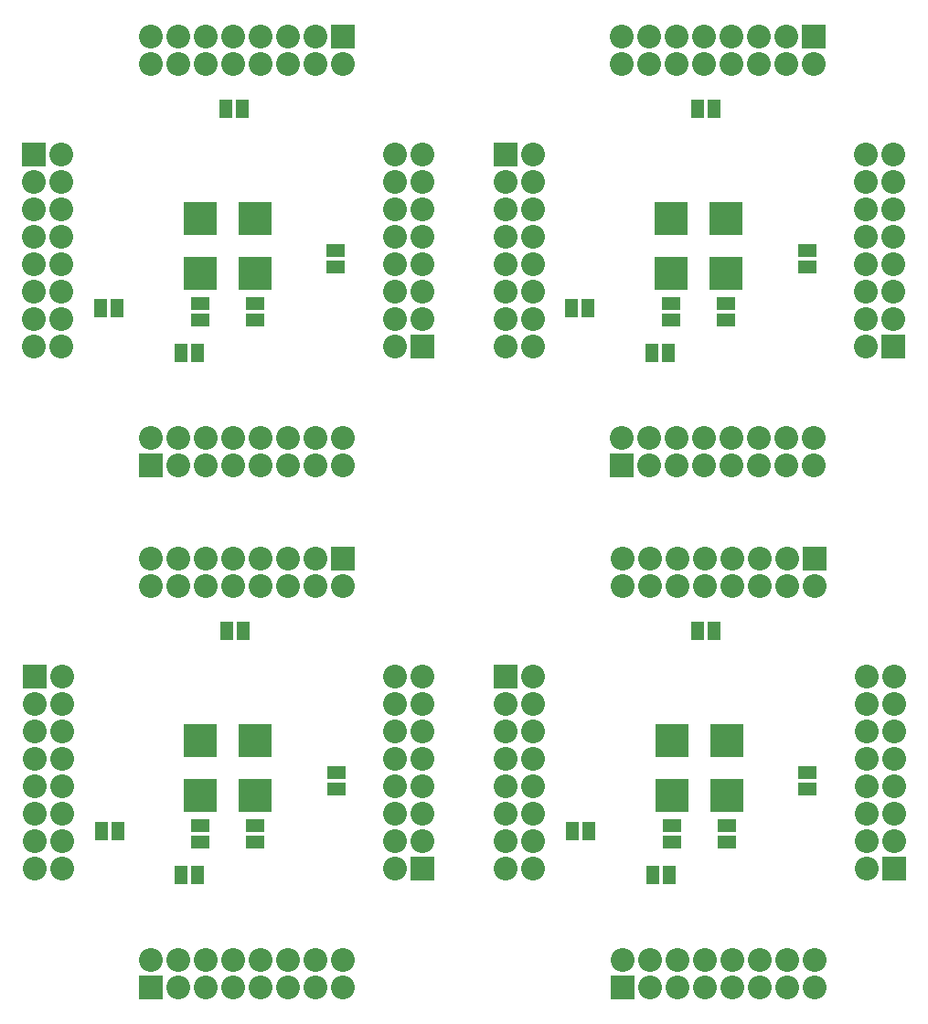
<source format=gbs>
G04 #@! TF.FileFunction,Soldermask,Bot*
%FSLAX46Y46*%
G04 Gerber Fmt 4.6, Leading zero omitted, Abs format (unit mm)*
G04 Created by KiCad (PCBNEW 4.0.5+dfsg1-4) date Mon Jul  9 23:17:01 2018*
%MOMM*%
%LPD*%
G01*
G04 APERTURE LIST*
%ADD10C,0.150000*%
%ADD11R,2.208000X2.208000*%
%ADD12O,2.208000X2.208000*%
%ADD13R,1.651000X1.143000*%
%ADD14R,1.143000X1.651000*%
%ADD15R,3.048000X3.048000*%
G04 APERTURE END LIST*
D10*
D11*
X155905200Y-50165000D03*
D12*
X158445200Y-50165000D03*
X155905200Y-52705000D03*
X158445200Y-52705000D03*
X155905200Y-55245000D03*
X158445200Y-55245000D03*
X155905200Y-57785000D03*
X158445200Y-57785000D03*
X155905200Y-60325000D03*
X158445200Y-60325000D03*
X155905200Y-62865000D03*
X158445200Y-62865000D03*
X155905200Y-65405000D03*
X158445200Y-65405000D03*
X155905200Y-67945000D03*
X158445200Y-67945000D03*
D11*
X166700200Y-78994000D03*
D12*
X166700200Y-76454000D03*
X169240200Y-78994000D03*
X169240200Y-76454000D03*
X171780200Y-78994000D03*
X171780200Y-76454000D03*
X174320200Y-78994000D03*
X174320200Y-76454000D03*
X176860200Y-78994000D03*
X176860200Y-76454000D03*
X179400200Y-78994000D03*
X179400200Y-76454000D03*
X181940200Y-78994000D03*
X181940200Y-76454000D03*
X184480200Y-78994000D03*
X184480200Y-76454000D03*
D11*
X191846200Y-67945000D03*
D12*
X189306200Y-67945000D03*
X191846200Y-65405000D03*
X189306200Y-65405000D03*
X191846200Y-62865000D03*
X189306200Y-62865000D03*
X191846200Y-60325000D03*
X189306200Y-60325000D03*
X191846200Y-57785000D03*
X189306200Y-57785000D03*
X191846200Y-55245000D03*
X189306200Y-55245000D03*
X191846200Y-52705000D03*
X189306200Y-52705000D03*
X191846200Y-50165000D03*
X189306200Y-50165000D03*
D11*
X184480200Y-39243000D03*
D12*
X184480200Y-41783000D03*
X181940200Y-39243000D03*
X181940200Y-41783000D03*
X179400200Y-39243000D03*
X179400200Y-41783000D03*
X176860200Y-39243000D03*
X176860200Y-41783000D03*
X174320200Y-39243000D03*
X174320200Y-41783000D03*
X171780200Y-39243000D03*
X171780200Y-41783000D03*
X169240200Y-39243000D03*
X169240200Y-41783000D03*
X166700200Y-39243000D03*
X166700200Y-41783000D03*
D13*
X183845200Y-59055000D03*
X183845200Y-60579000D03*
D14*
X171018200Y-68580000D03*
X169494200Y-68580000D03*
X175209200Y-45974000D03*
X173685200Y-45974000D03*
X162064700Y-64452500D03*
X163588700Y-64452500D03*
D13*
X176352200Y-64008000D03*
X176352200Y-65532000D03*
X171272200Y-64008000D03*
X171272200Y-65532000D03*
D15*
X171272200Y-61214000D03*
X176352200Y-61214000D03*
X176352200Y-56134000D03*
X171272200Y-56134000D03*
X171323000Y-109575600D03*
X176403000Y-109575600D03*
X176403000Y-104495600D03*
X171323000Y-104495600D03*
D13*
X171323000Y-112369600D03*
X171323000Y-113893600D03*
X176403000Y-112369600D03*
X176403000Y-113893600D03*
D14*
X162115500Y-112814100D03*
X163639500Y-112814100D03*
X175260000Y-94335600D03*
X173736000Y-94335600D03*
X171069000Y-116941600D03*
X169545000Y-116941600D03*
D13*
X183896000Y-107416600D03*
X183896000Y-108940600D03*
D11*
X184531000Y-87604600D03*
D12*
X184531000Y-90144600D03*
X181991000Y-87604600D03*
X181991000Y-90144600D03*
X179451000Y-87604600D03*
X179451000Y-90144600D03*
X176911000Y-87604600D03*
X176911000Y-90144600D03*
X174371000Y-87604600D03*
X174371000Y-90144600D03*
X171831000Y-87604600D03*
X171831000Y-90144600D03*
X169291000Y-87604600D03*
X169291000Y-90144600D03*
X166751000Y-87604600D03*
X166751000Y-90144600D03*
D11*
X191897000Y-116306600D03*
D12*
X189357000Y-116306600D03*
X191897000Y-113766600D03*
X189357000Y-113766600D03*
X191897000Y-111226600D03*
X189357000Y-111226600D03*
X191897000Y-108686600D03*
X189357000Y-108686600D03*
X191897000Y-106146600D03*
X189357000Y-106146600D03*
X191897000Y-103606600D03*
X189357000Y-103606600D03*
X191897000Y-101066600D03*
X189357000Y-101066600D03*
X191897000Y-98526600D03*
X189357000Y-98526600D03*
D11*
X166751000Y-127355600D03*
D12*
X166751000Y-124815600D03*
X169291000Y-127355600D03*
X169291000Y-124815600D03*
X171831000Y-127355600D03*
X171831000Y-124815600D03*
X174371000Y-127355600D03*
X174371000Y-124815600D03*
X176911000Y-127355600D03*
X176911000Y-124815600D03*
X179451000Y-127355600D03*
X179451000Y-124815600D03*
X181991000Y-127355600D03*
X181991000Y-124815600D03*
X184531000Y-127355600D03*
X184531000Y-124815600D03*
D11*
X155956000Y-98526600D03*
D12*
X158496000Y-98526600D03*
X155956000Y-101066600D03*
X158496000Y-101066600D03*
X155956000Y-103606600D03*
X158496000Y-103606600D03*
X155956000Y-106146600D03*
X158496000Y-106146600D03*
X155956000Y-108686600D03*
X158496000Y-108686600D03*
X155956000Y-111226600D03*
X158496000Y-111226600D03*
X155956000Y-113766600D03*
X158496000Y-113766600D03*
X155956000Y-116306600D03*
X158496000Y-116306600D03*
D11*
X112318800Y-98526600D03*
D12*
X114858800Y-98526600D03*
X112318800Y-101066600D03*
X114858800Y-101066600D03*
X112318800Y-103606600D03*
X114858800Y-103606600D03*
X112318800Y-106146600D03*
X114858800Y-106146600D03*
X112318800Y-108686600D03*
X114858800Y-108686600D03*
X112318800Y-111226600D03*
X114858800Y-111226600D03*
X112318800Y-113766600D03*
X114858800Y-113766600D03*
X112318800Y-116306600D03*
X114858800Y-116306600D03*
D11*
X123113800Y-127355600D03*
D12*
X123113800Y-124815600D03*
X125653800Y-127355600D03*
X125653800Y-124815600D03*
X128193800Y-127355600D03*
X128193800Y-124815600D03*
X130733800Y-127355600D03*
X130733800Y-124815600D03*
X133273800Y-127355600D03*
X133273800Y-124815600D03*
X135813800Y-127355600D03*
X135813800Y-124815600D03*
X138353800Y-127355600D03*
X138353800Y-124815600D03*
X140893800Y-127355600D03*
X140893800Y-124815600D03*
D11*
X148259800Y-116306600D03*
D12*
X145719800Y-116306600D03*
X148259800Y-113766600D03*
X145719800Y-113766600D03*
X148259800Y-111226600D03*
X145719800Y-111226600D03*
X148259800Y-108686600D03*
X145719800Y-108686600D03*
X148259800Y-106146600D03*
X145719800Y-106146600D03*
X148259800Y-103606600D03*
X145719800Y-103606600D03*
X148259800Y-101066600D03*
X145719800Y-101066600D03*
X148259800Y-98526600D03*
X145719800Y-98526600D03*
D11*
X140893800Y-87604600D03*
D12*
X140893800Y-90144600D03*
X138353800Y-87604600D03*
X138353800Y-90144600D03*
X135813800Y-87604600D03*
X135813800Y-90144600D03*
X133273800Y-87604600D03*
X133273800Y-90144600D03*
X130733800Y-87604600D03*
X130733800Y-90144600D03*
X128193800Y-87604600D03*
X128193800Y-90144600D03*
X125653800Y-87604600D03*
X125653800Y-90144600D03*
X123113800Y-87604600D03*
X123113800Y-90144600D03*
D13*
X140258800Y-107416600D03*
X140258800Y-108940600D03*
D14*
X127431800Y-116941600D03*
X125907800Y-116941600D03*
X131622800Y-94335600D03*
X130098800Y-94335600D03*
X118478300Y-112814100D03*
X120002300Y-112814100D03*
D13*
X132765800Y-112369600D03*
X132765800Y-113893600D03*
X127685800Y-112369600D03*
X127685800Y-113893600D03*
D15*
X127685800Y-109575600D03*
X132765800Y-109575600D03*
X132765800Y-104495600D03*
X127685800Y-104495600D03*
X127635000Y-61214000D03*
X132715000Y-61214000D03*
X132715000Y-56134000D03*
X127635000Y-56134000D03*
D13*
X127635000Y-64008000D03*
X127635000Y-65532000D03*
X132715000Y-64008000D03*
X132715000Y-65532000D03*
D14*
X118427500Y-64452500D03*
X119951500Y-64452500D03*
X131572000Y-45974000D03*
X130048000Y-45974000D03*
X127381000Y-68580000D03*
X125857000Y-68580000D03*
D13*
X140208000Y-59055000D03*
X140208000Y-60579000D03*
D11*
X140843000Y-39243000D03*
D12*
X140843000Y-41783000D03*
X138303000Y-39243000D03*
X138303000Y-41783000D03*
X135763000Y-39243000D03*
X135763000Y-41783000D03*
X133223000Y-39243000D03*
X133223000Y-41783000D03*
X130683000Y-39243000D03*
X130683000Y-41783000D03*
X128143000Y-39243000D03*
X128143000Y-41783000D03*
X125603000Y-39243000D03*
X125603000Y-41783000D03*
X123063000Y-39243000D03*
X123063000Y-41783000D03*
D11*
X148209000Y-67945000D03*
D12*
X145669000Y-67945000D03*
X148209000Y-65405000D03*
X145669000Y-65405000D03*
X148209000Y-62865000D03*
X145669000Y-62865000D03*
X148209000Y-60325000D03*
X145669000Y-60325000D03*
X148209000Y-57785000D03*
X145669000Y-57785000D03*
X148209000Y-55245000D03*
X145669000Y-55245000D03*
X148209000Y-52705000D03*
X145669000Y-52705000D03*
X148209000Y-50165000D03*
X145669000Y-50165000D03*
D11*
X123063000Y-78994000D03*
D12*
X123063000Y-76454000D03*
X125603000Y-78994000D03*
X125603000Y-76454000D03*
X128143000Y-78994000D03*
X128143000Y-76454000D03*
X130683000Y-78994000D03*
X130683000Y-76454000D03*
X133223000Y-78994000D03*
X133223000Y-76454000D03*
X135763000Y-78994000D03*
X135763000Y-76454000D03*
X138303000Y-78994000D03*
X138303000Y-76454000D03*
X140843000Y-78994000D03*
X140843000Y-76454000D03*
D11*
X112268000Y-50165000D03*
D12*
X114808000Y-50165000D03*
X112268000Y-52705000D03*
X114808000Y-52705000D03*
X112268000Y-55245000D03*
X114808000Y-55245000D03*
X112268000Y-57785000D03*
X114808000Y-57785000D03*
X112268000Y-60325000D03*
X114808000Y-60325000D03*
X112268000Y-62865000D03*
X114808000Y-62865000D03*
X112268000Y-65405000D03*
X114808000Y-65405000D03*
X112268000Y-67945000D03*
X114808000Y-67945000D03*
M02*

</source>
